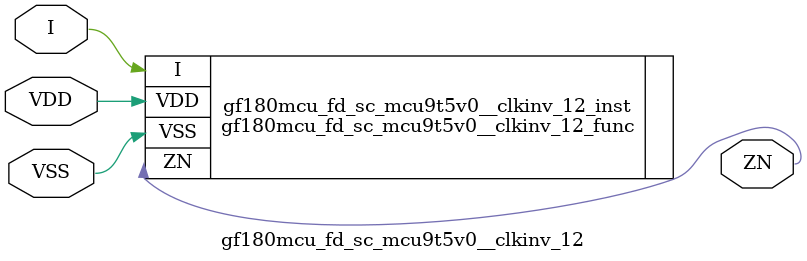
<source format=v>

module gf180mcu_fd_sc_mcu9t5v0__clkinv_12( I, ZN, VDD, VSS );
input I;
inout VDD, VSS;
output ZN;

   `ifdef FUNCTIONAL  //  functional //

	gf180mcu_fd_sc_mcu9t5v0__clkinv_12_func gf180mcu_fd_sc_mcu9t5v0__clkinv_12_behav_inst(.I(I),.ZN(ZN),.VDD(VDD),.VSS(VSS));

   `else

	gf180mcu_fd_sc_mcu9t5v0__clkinv_12_func gf180mcu_fd_sc_mcu9t5v0__clkinv_12_inst(.I(I),.ZN(ZN),.VDD(VDD),.VSS(VSS));

	// spec_gates_begin


	// spec_gates_end



   specify

	// specify_block_begin

	// comb arc I --> ZN
	 (I => ZN) = (1.0,1.0);

	// specify_block_end

   endspecify

   `endif

endmodule

</source>
